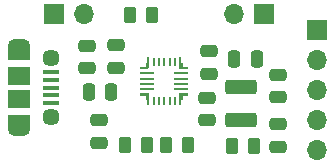
<source format=gbr>
%TF.GenerationSoftware,KiCad,Pcbnew,(6.0.11)*%
%TF.CreationDate,2023-10-05T10:27:59-03:00*%
%TF.ProjectId,gerenciador_de_bateria_2.0,67657265-6e63-4696-9164-6f725f64655f,rev?*%
%TF.SameCoordinates,Original*%
%TF.FileFunction,Soldermask,Top*%
%TF.FilePolarity,Negative*%
%FSLAX46Y46*%
G04 Gerber Fmt 4.6, Leading zero omitted, Abs format (unit mm)*
G04 Created by KiCad (PCBNEW (6.0.11)) date 2023-10-05 10:27:59*
%MOMM*%
%LPD*%
G01*
G04 APERTURE LIST*
G04 Aperture macros list*
%AMRoundRect*
0 Rectangle with rounded corners*
0 $1 Rounding radius*
0 $2 $3 $4 $5 $6 $7 $8 $9 X,Y pos of 4 corners*
0 Add a 4 corners polygon primitive as box body*
4,1,4,$2,$3,$4,$5,$6,$7,$8,$9,$2,$3,0*
0 Add four circle primitives for the rounded corners*
1,1,$1+$1,$2,$3*
1,1,$1+$1,$4,$5*
1,1,$1+$1,$6,$7*
1,1,$1+$1,$8,$9*
0 Add four rect primitives between the rounded corners*
20,1,$1+$1,$2,$3,$4,$5,0*
20,1,$1+$1,$4,$5,$6,$7,0*
20,1,$1+$1,$6,$7,$8,$9,0*
20,1,$1+$1,$8,$9,$2,$3,0*%
G04 Aperture macros list end*
%ADD10R,0.127000X0.127000*%
%ADD11R,1.200000X0.200000*%
%ADD12R,0.200000X0.800000*%
%ADD13RoundRect,0.250000X0.475000X-0.250000X0.475000X0.250000X-0.475000X0.250000X-0.475000X-0.250000X0*%
%ADD14RoundRect,0.250000X0.262500X0.450000X-0.262500X0.450000X-0.262500X-0.450000X0.262500X-0.450000X0*%
%ADD15R,1.700000X1.700000*%
%ADD16O,1.700000X1.700000*%
%ADD17RoundRect,0.250000X-0.475000X0.250000X-0.475000X-0.250000X0.475000X-0.250000X0.475000X0.250000X0*%
%ADD18R,1.900000X1.200000*%
%ADD19R,1.900000X1.500000*%
%ADD20C,1.450000*%
%ADD21O,1.900000X1.200000*%
%ADD22R,1.350000X0.400000*%
%ADD23RoundRect,0.250000X-0.250000X-0.475000X0.250000X-0.475000X0.250000X0.475000X-0.250000X0.475000X0*%
%ADD24RoundRect,0.250000X0.250000X0.475000X-0.250000X0.475000X-0.250000X-0.475000X0.250000X-0.475000X0*%
%ADD25RoundRect,0.250000X-0.262500X-0.450000X0.262500X-0.450000X0.262500X0.450000X-0.262500X0.450000X0*%
%ADD26RoundRect,0.250000X1.075000X-0.375000X1.075000X0.375000X-1.075000X0.375000X-1.075000X-0.375000X0*%
G04 APERTURE END LIST*
%TO.C,U1*%
G36*
X118350000Y-124649999D02*
G01*
X118150000Y-124649999D01*
X118150000Y-124149999D01*
X118050000Y-124149999D01*
X118050000Y-123824999D01*
X117550000Y-123824999D01*
X117550000Y-123624999D01*
X118350000Y-123624999D01*
X118350000Y-124649999D01*
G37*
G36*
X121050000Y-121049996D02*
G01*
X121150000Y-121049996D01*
X121150000Y-121374996D01*
X121650000Y-121374996D01*
X121650000Y-121574996D01*
X120850000Y-121574996D01*
X120850000Y-120549996D01*
X121050000Y-120549996D01*
X121050000Y-121049996D01*
G37*
G36*
X118350000Y-121424998D02*
G01*
X118200000Y-121574998D01*
X117550000Y-121574998D01*
X117550000Y-121374998D01*
X118050000Y-121374998D01*
X118050000Y-121049998D01*
X118150000Y-121049998D01*
X118150000Y-120549998D01*
X118350000Y-120549998D01*
X118350000Y-121424998D01*
G37*
G36*
X121650000Y-123825002D02*
G01*
X121150000Y-123825002D01*
X121150000Y-124150002D01*
X121050000Y-124150002D01*
X121050000Y-124650002D01*
X120850000Y-124650002D01*
X120850000Y-123625002D01*
X121650000Y-123625002D01*
X121650000Y-123825002D01*
G37*
%TD*%
D10*
%TO.C,U1*%
X117950000Y-121474998D03*
D11*
X118150000Y-121925000D03*
X118150000Y-122374999D03*
X118150000Y-122825001D03*
X118150000Y-123275000D03*
D10*
X117950000Y-123724999D03*
X118250000Y-124249999D03*
D12*
X118699999Y-124249999D03*
X119150001Y-124249999D03*
X119600000Y-124249999D03*
X120049999Y-124249999D03*
X120500001Y-124249999D03*
D10*
X120950000Y-124249999D03*
X121250000Y-123725002D03*
D11*
X121050000Y-123275000D03*
X121050000Y-122825001D03*
X121050000Y-122374999D03*
X121050000Y-121925000D03*
D10*
X121250000Y-121475001D03*
X120950000Y-120950001D03*
D12*
X120500001Y-120950001D03*
X120049999Y-120950001D03*
X119600000Y-120950001D03*
X119150001Y-120950001D03*
X118699999Y-120950001D03*
D10*
X118250000Y-120950001D03*
%TD*%
D13*
%TO.C,C5*%
X114120000Y-127800000D03*
X114120000Y-125900000D03*
%TD*%
D14*
%TO.C,R2*%
X118108100Y-128016000D03*
X116283100Y-128016000D03*
%TD*%
D15*
%TO.C,J1*%
X132500000Y-118267400D03*
D16*
X132500000Y-120807400D03*
X132500000Y-123347400D03*
X132500000Y-125887400D03*
X132500000Y-128427400D03*
%TD*%
D17*
%TO.C,C9*%
X123370000Y-120060000D03*
X123370000Y-121960000D03*
%TD*%
D18*
%TO.C,USB*%
X107322100Y-120233600D03*
D19*
X107322100Y-122133600D03*
D20*
X110022100Y-120633600D03*
D18*
X107322100Y-126033600D03*
D19*
X107322100Y-124133600D03*
D21*
X107322100Y-126633600D03*
X107322100Y-119633600D03*
D20*
X110022100Y-125633600D03*
D22*
X110022100Y-124433600D03*
X110022100Y-123783600D03*
X110022100Y-123133600D03*
X110022100Y-122483600D03*
X110022100Y-121833600D03*
%TD*%
D23*
%TO.C,C7*%
X125530000Y-120750000D03*
X127430000Y-120750000D03*
%TD*%
D13*
%TO.C,C12*%
X115530000Y-119570000D03*
X115530000Y-121470000D03*
%TD*%
D24*
%TO.C,C3*%
X115120000Y-123530000D03*
X113220000Y-123530000D03*
%TD*%
D16*
%TO.C,GNDPWR*%
X112820000Y-116870000D03*
D15*
X110280000Y-116870000D03*
%TD*%
D25*
%TO.C,R3*%
X125376300Y-128117600D03*
X127201300Y-128117600D03*
%TD*%
D13*
%TO.C,C10*%
X129270000Y-123940000D03*
X129270000Y-122040000D03*
%TD*%
D26*
%TO.C,L1*%
X126140000Y-125920000D03*
X126140000Y-123120000D03*
%TD*%
D13*
%TO.C,C1*%
X113060000Y-119590000D03*
X113060000Y-121490000D03*
%TD*%
D14*
%TO.C,RILIM1*%
X116717500Y-117000000D03*
X118542500Y-117000000D03*
%TD*%
D13*
%TO.C,C4*%
X123190000Y-125918000D03*
X123190000Y-124018000D03*
%TD*%
%TO.C,C6*%
X129235200Y-128153200D03*
X129235200Y-126253200D03*
%TD*%
D16*
%TO.C,SDA*%
X125520000Y-116880000D03*
D15*
X128060000Y-116880000D03*
%TD*%
D14*
%TO.C,R10*%
X121613300Y-128016000D03*
X119788300Y-128016000D03*
%TD*%
M02*

</source>
